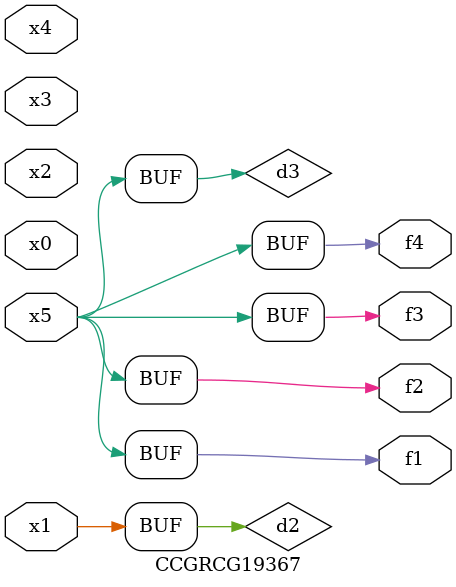
<source format=v>
module CCGRCG19367(
	input x0, x1, x2, x3, x4, x5,
	output f1, f2, f3, f4
);

	wire d1, d2, d3;

	not (d1, x5);
	or (d2, x1);
	xnor (d3, d1);
	assign f1 = d3;
	assign f2 = d3;
	assign f3 = d3;
	assign f4 = d3;
endmodule

</source>
